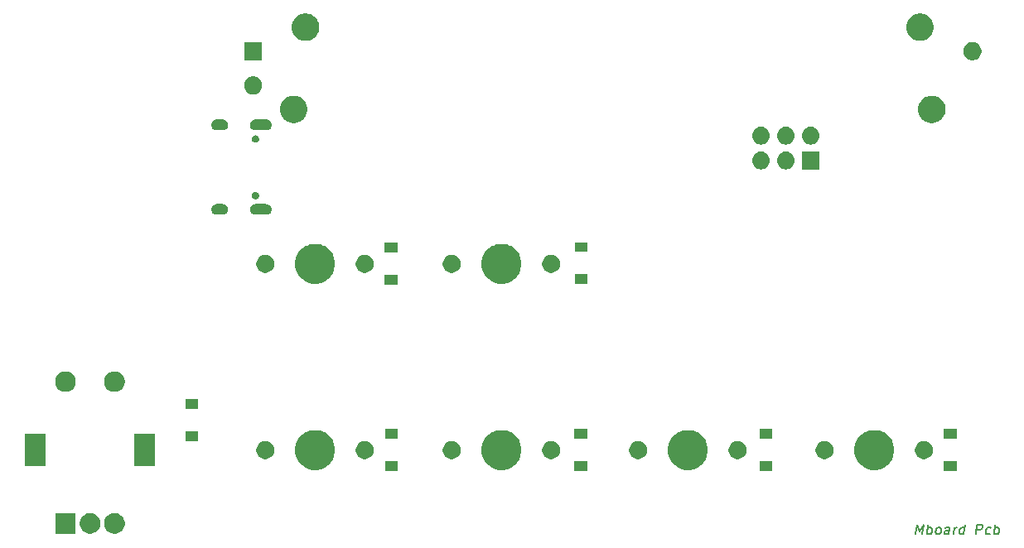
<source format=gts>
G04 #@! TF.GenerationSoftware,KiCad,Pcbnew,(5.1.4)-1*
G04 #@! TF.CreationDate,2020-09-16T16:25:40+03:00*
G04 #@! TF.ProjectId,MacroBoardPcb,4d616372-6f42-46f6-9172-645063622e6b,rev?*
G04 #@! TF.SameCoordinates,Original*
G04 #@! TF.FileFunction,Soldermask,Top*
G04 #@! TF.FilePolarity,Negative*
%FSLAX46Y46*%
G04 Gerber Fmt 4.6, Leading zero omitted, Abs format (unit mm)*
G04 Created by KiCad (PCBNEW (5.1.4)-1) date 2020-09-16 16:25:40*
%MOMM*%
%LPD*%
G04 APERTURE LIST*
%ADD10C,0.150000*%
%ADD11C,0.100000*%
G04 APERTURE END LIST*
D10*
X185385729Y-119752380D02*
X185510729Y-118752380D01*
X185754776Y-119466666D01*
X186177395Y-118752380D01*
X186052395Y-119752380D01*
X186528586Y-119752380D02*
X186653586Y-118752380D01*
X186605967Y-119133333D02*
X186707157Y-119085714D01*
X186897633Y-119085714D01*
X186986919Y-119133333D01*
X187028586Y-119180952D01*
X187064300Y-119276190D01*
X187028586Y-119561904D01*
X186969062Y-119657142D01*
X186915491Y-119704761D01*
X186814300Y-119752380D01*
X186623824Y-119752380D01*
X186534538Y-119704761D01*
X187576205Y-119752380D02*
X187486919Y-119704761D01*
X187445252Y-119657142D01*
X187409538Y-119561904D01*
X187445252Y-119276190D01*
X187504776Y-119180952D01*
X187558348Y-119133333D01*
X187659538Y-119085714D01*
X187802395Y-119085714D01*
X187891681Y-119133333D01*
X187933348Y-119180952D01*
X187969062Y-119276190D01*
X187933348Y-119561904D01*
X187873824Y-119657142D01*
X187820252Y-119704761D01*
X187719062Y-119752380D01*
X187576205Y-119752380D01*
X188766681Y-119752380D02*
X188832157Y-119228571D01*
X188796443Y-119133333D01*
X188707157Y-119085714D01*
X188516681Y-119085714D01*
X188415491Y-119133333D01*
X188772633Y-119704761D02*
X188671443Y-119752380D01*
X188433348Y-119752380D01*
X188344062Y-119704761D01*
X188308348Y-119609523D01*
X188320252Y-119514285D01*
X188379776Y-119419047D01*
X188480967Y-119371428D01*
X188719062Y-119371428D01*
X188820252Y-119323809D01*
X189242872Y-119752380D02*
X189326205Y-119085714D01*
X189302395Y-119276190D02*
X189361919Y-119180952D01*
X189415491Y-119133333D01*
X189516681Y-119085714D01*
X189611919Y-119085714D01*
X190290491Y-119752380D02*
X190415491Y-118752380D01*
X190296443Y-119704761D02*
X190195252Y-119752380D01*
X190004776Y-119752380D01*
X189915491Y-119704761D01*
X189873824Y-119657142D01*
X189838110Y-119561904D01*
X189873824Y-119276190D01*
X189933348Y-119180952D01*
X189986919Y-119133333D01*
X190088110Y-119085714D01*
X190278586Y-119085714D01*
X190367872Y-119133333D01*
X191528586Y-119752380D02*
X191653586Y-118752380D01*
X192034538Y-118752380D01*
X192123824Y-118800000D01*
X192165491Y-118847619D01*
X192201205Y-118942857D01*
X192183348Y-119085714D01*
X192123824Y-119180952D01*
X192070252Y-119228571D01*
X191969062Y-119276190D01*
X191588110Y-119276190D01*
X192963110Y-119704761D02*
X192861919Y-119752380D01*
X192671443Y-119752380D01*
X192582157Y-119704761D01*
X192540491Y-119657142D01*
X192504776Y-119561904D01*
X192540491Y-119276190D01*
X192600014Y-119180952D01*
X192653586Y-119133333D01*
X192754776Y-119085714D01*
X192945252Y-119085714D01*
X193034538Y-119133333D01*
X193385729Y-119752380D02*
X193510729Y-118752380D01*
X193463110Y-119133333D02*
X193564300Y-119085714D01*
X193754776Y-119085714D01*
X193844062Y-119133333D01*
X193885729Y-119180952D01*
X193921443Y-119276190D01*
X193885729Y-119561904D01*
X193826205Y-119657142D01*
X193772633Y-119704761D01*
X193671443Y-119752380D01*
X193480967Y-119752380D01*
X193391681Y-119704761D01*
D11*
G36*
X99535193Y-119699132D02*
G01*
X97433193Y-119699132D01*
X97433193Y-117597132D01*
X99535193Y-117597132D01*
X99535193Y-119699132D01*
X99535193Y-119699132D01*
G37*
G36*
X103790757Y-117637521D02*
G01*
X103982026Y-117716747D01*
X103982028Y-117716748D01*
X104154166Y-117831767D01*
X104300558Y-117978159D01*
X104415578Y-118150299D01*
X104494804Y-118341568D01*
X104535193Y-118544616D01*
X104535193Y-118751648D01*
X104494804Y-118954696D01*
X104415578Y-119145965D01*
X104415577Y-119145967D01*
X104300558Y-119318105D01*
X104154166Y-119464497D01*
X103982028Y-119579516D01*
X103982027Y-119579517D01*
X103982026Y-119579517D01*
X103790757Y-119658743D01*
X103587709Y-119699132D01*
X103380677Y-119699132D01*
X103177629Y-119658743D01*
X102986360Y-119579517D01*
X102986359Y-119579517D01*
X102986358Y-119579516D01*
X102814220Y-119464497D01*
X102667828Y-119318105D01*
X102552809Y-119145967D01*
X102552808Y-119145965D01*
X102473582Y-118954696D01*
X102433193Y-118751648D01*
X102433193Y-118544616D01*
X102473582Y-118341568D01*
X102552808Y-118150299D01*
X102667828Y-117978159D01*
X102814220Y-117831767D01*
X102986358Y-117716748D01*
X102986360Y-117716747D01*
X103177629Y-117637521D01*
X103380677Y-117597132D01*
X103587709Y-117597132D01*
X103790757Y-117637521D01*
X103790757Y-117637521D01*
G37*
G36*
X101290757Y-117637521D02*
G01*
X101482026Y-117716747D01*
X101482028Y-117716748D01*
X101654166Y-117831767D01*
X101800558Y-117978159D01*
X101915578Y-118150299D01*
X101994804Y-118341568D01*
X102035193Y-118544616D01*
X102035193Y-118751648D01*
X101994804Y-118954696D01*
X101915578Y-119145965D01*
X101915577Y-119145967D01*
X101800558Y-119318105D01*
X101654166Y-119464497D01*
X101482028Y-119579516D01*
X101482027Y-119579517D01*
X101482026Y-119579517D01*
X101290757Y-119658743D01*
X101087709Y-119699132D01*
X100880677Y-119699132D01*
X100677629Y-119658743D01*
X100486360Y-119579517D01*
X100486359Y-119579517D01*
X100486358Y-119579516D01*
X100314220Y-119464497D01*
X100167828Y-119318105D01*
X100052809Y-119145967D01*
X100052808Y-119145965D01*
X99973582Y-118954696D01*
X99933193Y-118751648D01*
X99933193Y-118544616D01*
X99973582Y-118341568D01*
X100052808Y-118150299D01*
X100167828Y-117978159D01*
X100314220Y-117831767D01*
X100486358Y-117716748D01*
X100486360Y-117716747D01*
X100677629Y-117637521D01*
X100880677Y-117597132D01*
X101087709Y-117597132D01*
X101290757Y-117637521D01*
X101290757Y-117637521D01*
G37*
G36*
X151791000Y-113276000D02*
G01*
X150489000Y-113276000D01*
X150489000Y-112274000D01*
X151791000Y-112274000D01*
X151791000Y-113276000D01*
X151791000Y-113276000D01*
G37*
G36*
X189563500Y-113276000D02*
G01*
X188261500Y-113276000D01*
X188261500Y-112274000D01*
X189563500Y-112274000D01*
X189563500Y-113276000D01*
X189563500Y-113276000D01*
G37*
G36*
X170711000Y-113276000D02*
G01*
X169409000Y-113276000D01*
X169409000Y-112274000D01*
X170711000Y-112274000D01*
X170711000Y-113276000D01*
X170711000Y-113276000D01*
G37*
G36*
X132441000Y-113276000D02*
G01*
X131139000Y-113276000D01*
X131139000Y-112274000D01*
X132441000Y-112274000D01*
X132441000Y-113276000D01*
X132441000Y-113276000D01*
G37*
G36*
X143630667Y-109181816D02*
G01*
X143737336Y-109226000D01*
X144002816Y-109335965D01*
X144337741Y-109559755D01*
X144622570Y-109844584D01*
X144846360Y-110179509D01*
X144878755Y-110257718D01*
X145000509Y-110551658D01*
X145079093Y-110946726D01*
X145079093Y-111349538D01*
X145000509Y-111744606D01*
X144949644Y-111867404D01*
X144846360Y-112116755D01*
X144622570Y-112451680D01*
X144337741Y-112736509D01*
X144002816Y-112960299D01*
X143848667Y-113024149D01*
X143630667Y-113114448D01*
X143235599Y-113193032D01*
X142832787Y-113193032D01*
X142437719Y-113114448D01*
X142219719Y-113024149D01*
X142065570Y-112960299D01*
X141730645Y-112736509D01*
X141445816Y-112451680D01*
X141222026Y-112116755D01*
X141118742Y-111867404D01*
X141067877Y-111744606D01*
X140989293Y-111349538D01*
X140989293Y-110946726D01*
X141067877Y-110551658D01*
X141189631Y-110257718D01*
X141222026Y-110179509D01*
X141445816Y-109844584D01*
X141730645Y-109559755D01*
X142065570Y-109335965D01*
X142331050Y-109226000D01*
X142437719Y-109181816D01*
X142832787Y-109103232D01*
X143235599Y-109103232D01*
X143630667Y-109181816D01*
X143630667Y-109181816D01*
G37*
G36*
X181730667Y-109181816D02*
G01*
X181837336Y-109226000D01*
X182102816Y-109335965D01*
X182437741Y-109559755D01*
X182722570Y-109844584D01*
X182946360Y-110179509D01*
X182978755Y-110257718D01*
X183100509Y-110551658D01*
X183179093Y-110946726D01*
X183179093Y-111349538D01*
X183100509Y-111744606D01*
X183049644Y-111867404D01*
X182946360Y-112116755D01*
X182722570Y-112451680D01*
X182437741Y-112736509D01*
X182102816Y-112960299D01*
X181948667Y-113024149D01*
X181730667Y-113114448D01*
X181335599Y-113193032D01*
X180932787Y-113193032D01*
X180537719Y-113114448D01*
X180319719Y-113024149D01*
X180165570Y-112960299D01*
X179830645Y-112736509D01*
X179545816Y-112451680D01*
X179322026Y-112116755D01*
X179218742Y-111867404D01*
X179167877Y-111744606D01*
X179089293Y-111349538D01*
X179089293Y-110946726D01*
X179167877Y-110551658D01*
X179289631Y-110257718D01*
X179322026Y-110179509D01*
X179545816Y-109844584D01*
X179830645Y-109559755D01*
X180165570Y-109335965D01*
X180431050Y-109226000D01*
X180537719Y-109181816D01*
X180932787Y-109103232D01*
X181335599Y-109103232D01*
X181730667Y-109181816D01*
X181730667Y-109181816D01*
G37*
G36*
X162680667Y-109181816D02*
G01*
X162787336Y-109226000D01*
X163052816Y-109335965D01*
X163387741Y-109559755D01*
X163672570Y-109844584D01*
X163896360Y-110179509D01*
X163928755Y-110257718D01*
X164050509Y-110551658D01*
X164129093Y-110946726D01*
X164129093Y-111349538D01*
X164050509Y-111744606D01*
X163999644Y-111867404D01*
X163896360Y-112116755D01*
X163672570Y-112451680D01*
X163387741Y-112736509D01*
X163052816Y-112960299D01*
X162898667Y-113024149D01*
X162680667Y-113114448D01*
X162285599Y-113193032D01*
X161882787Y-113193032D01*
X161487719Y-113114448D01*
X161269719Y-113024149D01*
X161115570Y-112960299D01*
X160780645Y-112736509D01*
X160495816Y-112451680D01*
X160272026Y-112116755D01*
X160168742Y-111867404D01*
X160117877Y-111744606D01*
X160039293Y-111349538D01*
X160039293Y-110946726D01*
X160117877Y-110551658D01*
X160239631Y-110257718D01*
X160272026Y-110179509D01*
X160495816Y-109844584D01*
X160780645Y-109559755D01*
X161115570Y-109335965D01*
X161381050Y-109226000D01*
X161487719Y-109181816D01*
X161882787Y-109103232D01*
X162285599Y-109103232D01*
X162680667Y-109181816D01*
X162680667Y-109181816D01*
G37*
G36*
X124580667Y-109181816D02*
G01*
X124687336Y-109226000D01*
X124952816Y-109335965D01*
X125287741Y-109559755D01*
X125572570Y-109844584D01*
X125796360Y-110179509D01*
X125828755Y-110257718D01*
X125950509Y-110551658D01*
X126029093Y-110946726D01*
X126029093Y-111349538D01*
X125950509Y-111744606D01*
X125899644Y-111867404D01*
X125796360Y-112116755D01*
X125572570Y-112451680D01*
X125287741Y-112736509D01*
X124952816Y-112960299D01*
X124798667Y-113024149D01*
X124580667Y-113114448D01*
X124185599Y-113193032D01*
X123782787Y-113193032D01*
X123387719Y-113114448D01*
X123169719Y-113024149D01*
X123015570Y-112960299D01*
X122680645Y-112736509D01*
X122395816Y-112451680D01*
X122172026Y-112116755D01*
X122068742Y-111867404D01*
X122017877Y-111744606D01*
X121939293Y-111349538D01*
X121939293Y-110946726D01*
X122017877Y-110551658D01*
X122139631Y-110257718D01*
X122172026Y-110179509D01*
X122395816Y-109844584D01*
X122680645Y-109559755D01*
X123015570Y-109335965D01*
X123281050Y-109226000D01*
X123387719Y-109181816D01*
X123782787Y-109103232D01*
X124185599Y-109103232D01*
X124580667Y-109181816D01*
X124580667Y-109181816D01*
G37*
G36*
X96435193Y-112799132D02*
G01*
X94333193Y-112799132D01*
X94333193Y-109497132D01*
X96435193Y-109497132D01*
X96435193Y-112799132D01*
X96435193Y-112799132D01*
G37*
G36*
X107635193Y-112799132D02*
G01*
X105533193Y-112799132D01*
X105533193Y-109497132D01*
X107635193Y-109497132D01*
X107635193Y-112799132D01*
X107635193Y-112799132D01*
G37*
G36*
X148384297Y-110257717D02*
G01*
X148552819Y-110327521D01*
X148704484Y-110428860D01*
X148833465Y-110557841D01*
X148934804Y-110709506D01*
X149004608Y-110878028D01*
X149040193Y-111056929D01*
X149040193Y-111239335D01*
X149004608Y-111418236D01*
X148934804Y-111586758D01*
X148833465Y-111738423D01*
X148704484Y-111867404D01*
X148552819Y-111968743D01*
X148384297Y-112038547D01*
X148205396Y-112074132D01*
X148022990Y-112074132D01*
X147844089Y-112038547D01*
X147675567Y-111968743D01*
X147523902Y-111867404D01*
X147394921Y-111738423D01*
X147293582Y-111586758D01*
X147223778Y-111418236D01*
X147188193Y-111239335D01*
X147188193Y-111056929D01*
X147223778Y-110878028D01*
X147293582Y-110709506D01*
X147394921Y-110557841D01*
X147523902Y-110428860D01*
X147675567Y-110327521D01*
X147844089Y-110257717D01*
X148022990Y-110222132D01*
X148205396Y-110222132D01*
X148384297Y-110257717D01*
X148384297Y-110257717D01*
G37*
G36*
X167434297Y-110257717D02*
G01*
X167602819Y-110327521D01*
X167754484Y-110428860D01*
X167883465Y-110557841D01*
X167984804Y-110709506D01*
X168054608Y-110878028D01*
X168090193Y-111056929D01*
X168090193Y-111239335D01*
X168054608Y-111418236D01*
X167984804Y-111586758D01*
X167883465Y-111738423D01*
X167754484Y-111867404D01*
X167602819Y-111968743D01*
X167434297Y-112038547D01*
X167255396Y-112074132D01*
X167072990Y-112074132D01*
X166894089Y-112038547D01*
X166725567Y-111968743D01*
X166573902Y-111867404D01*
X166444921Y-111738423D01*
X166343582Y-111586758D01*
X166273778Y-111418236D01*
X166238193Y-111239335D01*
X166238193Y-111056929D01*
X166273778Y-110878028D01*
X166343582Y-110709506D01*
X166444921Y-110557841D01*
X166573902Y-110428860D01*
X166725567Y-110327521D01*
X166894089Y-110257717D01*
X167072990Y-110222132D01*
X167255396Y-110222132D01*
X167434297Y-110257717D01*
X167434297Y-110257717D01*
G37*
G36*
X157274297Y-110257717D02*
G01*
X157442819Y-110327521D01*
X157594484Y-110428860D01*
X157723465Y-110557841D01*
X157824804Y-110709506D01*
X157894608Y-110878028D01*
X157930193Y-111056929D01*
X157930193Y-111239335D01*
X157894608Y-111418236D01*
X157824804Y-111586758D01*
X157723465Y-111738423D01*
X157594484Y-111867404D01*
X157442819Y-111968743D01*
X157274297Y-112038547D01*
X157095396Y-112074132D01*
X156912990Y-112074132D01*
X156734089Y-112038547D01*
X156565567Y-111968743D01*
X156413902Y-111867404D01*
X156284921Y-111738423D01*
X156183582Y-111586758D01*
X156113778Y-111418236D01*
X156078193Y-111239335D01*
X156078193Y-111056929D01*
X156113778Y-110878028D01*
X156183582Y-110709506D01*
X156284921Y-110557841D01*
X156413902Y-110428860D01*
X156565567Y-110327521D01*
X156734089Y-110257717D01*
X156912990Y-110222132D01*
X157095396Y-110222132D01*
X157274297Y-110257717D01*
X157274297Y-110257717D01*
G37*
G36*
X176324297Y-110257717D02*
G01*
X176492819Y-110327521D01*
X176644484Y-110428860D01*
X176773465Y-110557841D01*
X176874804Y-110709506D01*
X176944608Y-110878028D01*
X176980193Y-111056929D01*
X176980193Y-111239335D01*
X176944608Y-111418236D01*
X176874804Y-111586758D01*
X176773465Y-111738423D01*
X176644484Y-111867404D01*
X176492819Y-111968743D01*
X176324297Y-112038547D01*
X176145396Y-112074132D01*
X175962990Y-112074132D01*
X175784089Y-112038547D01*
X175615567Y-111968743D01*
X175463902Y-111867404D01*
X175334921Y-111738423D01*
X175233582Y-111586758D01*
X175163778Y-111418236D01*
X175128193Y-111239335D01*
X175128193Y-111056929D01*
X175163778Y-110878028D01*
X175233582Y-110709506D01*
X175334921Y-110557841D01*
X175463902Y-110428860D01*
X175615567Y-110327521D01*
X175784089Y-110257717D01*
X175962990Y-110222132D01*
X176145396Y-110222132D01*
X176324297Y-110257717D01*
X176324297Y-110257717D01*
G37*
G36*
X186484297Y-110257717D02*
G01*
X186652819Y-110327521D01*
X186804484Y-110428860D01*
X186933465Y-110557841D01*
X187034804Y-110709506D01*
X187104608Y-110878028D01*
X187140193Y-111056929D01*
X187140193Y-111239335D01*
X187104608Y-111418236D01*
X187034804Y-111586758D01*
X186933465Y-111738423D01*
X186804484Y-111867404D01*
X186652819Y-111968743D01*
X186484297Y-112038547D01*
X186305396Y-112074132D01*
X186122990Y-112074132D01*
X185944089Y-112038547D01*
X185775567Y-111968743D01*
X185623902Y-111867404D01*
X185494921Y-111738423D01*
X185393582Y-111586758D01*
X185323778Y-111418236D01*
X185288193Y-111239335D01*
X185288193Y-111056929D01*
X185323778Y-110878028D01*
X185393582Y-110709506D01*
X185494921Y-110557841D01*
X185623902Y-110428860D01*
X185775567Y-110327521D01*
X185944089Y-110257717D01*
X186122990Y-110222132D01*
X186305396Y-110222132D01*
X186484297Y-110257717D01*
X186484297Y-110257717D01*
G37*
G36*
X119174297Y-110257717D02*
G01*
X119342819Y-110327521D01*
X119494484Y-110428860D01*
X119623465Y-110557841D01*
X119724804Y-110709506D01*
X119794608Y-110878028D01*
X119830193Y-111056929D01*
X119830193Y-111239335D01*
X119794608Y-111418236D01*
X119724804Y-111586758D01*
X119623465Y-111738423D01*
X119494484Y-111867404D01*
X119342819Y-111968743D01*
X119174297Y-112038547D01*
X118995396Y-112074132D01*
X118812990Y-112074132D01*
X118634089Y-112038547D01*
X118465567Y-111968743D01*
X118313902Y-111867404D01*
X118184921Y-111738423D01*
X118083582Y-111586758D01*
X118013778Y-111418236D01*
X117978193Y-111239335D01*
X117978193Y-111056929D01*
X118013778Y-110878028D01*
X118083582Y-110709506D01*
X118184921Y-110557841D01*
X118313902Y-110428860D01*
X118465567Y-110327521D01*
X118634089Y-110257717D01*
X118812990Y-110222132D01*
X118995396Y-110222132D01*
X119174297Y-110257717D01*
X119174297Y-110257717D01*
G37*
G36*
X129334297Y-110257717D02*
G01*
X129502819Y-110327521D01*
X129654484Y-110428860D01*
X129783465Y-110557841D01*
X129884804Y-110709506D01*
X129954608Y-110878028D01*
X129990193Y-111056929D01*
X129990193Y-111239335D01*
X129954608Y-111418236D01*
X129884804Y-111586758D01*
X129783465Y-111738423D01*
X129654484Y-111867404D01*
X129502819Y-111968743D01*
X129334297Y-112038547D01*
X129155396Y-112074132D01*
X128972990Y-112074132D01*
X128794089Y-112038547D01*
X128625567Y-111968743D01*
X128473902Y-111867404D01*
X128344921Y-111738423D01*
X128243582Y-111586758D01*
X128173778Y-111418236D01*
X128138193Y-111239335D01*
X128138193Y-111056929D01*
X128173778Y-110878028D01*
X128243582Y-110709506D01*
X128344921Y-110557841D01*
X128473902Y-110428860D01*
X128625567Y-110327521D01*
X128794089Y-110257717D01*
X128972990Y-110222132D01*
X129155396Y-110222132D01*
X129334297Y-110257717D01*
X129334297Y-110257717D01*
G37*
G36*
X138224297Y-110257717D02*
G01*
X138392819Y-110327521D01*
X138544484Y-110428860D01*
X138673465Y-110557841D01*
X138774804Y-110709506D01*
X138844608Y-110878028D01*
X138880193Y-111056929D01*
X138880193Y-111239335D01*
X138844608Y-111418236D01*
X138774804Y-111586758D01*
X138673465Y-111738423D01*
X138544484Y-111867404D01*
X138392819Y-111968743D01*
X138224297Y-112038547D01*
X138045396Y-112074132D01*
X137862990Y-112074132D01*
X137684089Y-112038547D01*
X137515567Y-111968743D01*
X137363902Y-111867404D01*
X137234921Y-111738423D01*
X137133582Y-111586758D01*
X137063778Y-111418236D01*
X137028193Y-111239335D01*
X137028193Y-111056929D01*
X137063778Y-110878028D01*
X137133582Y-110709506D01*
X137234921Y-110557841D01*
X137363902Y-110428860D01*
X137515567Y-110327521D01*
X137684089Y-110257717D01*
X137862990Y-110222132D01*
X138045396Y-110222132D01*
X138224297Y-110257717D01*
X138224297Y-110257717D01*
G37*
G36*
X112030000Y-110228000D02*
G01*
X110728000Y-110228000D01*
X110728000Y-109226000D01*
X112030000Y-109226000D01*
X112030000Y-110228000D01*
X112030000Y-110228000D01*
G37*
G36*
X170711000Y-109976000D02*
G01*
X169409000Y-109976000D01*
X169409000Y-108974000D01*
X170711000Y-108974000D01*
X170711000Y-109976000D01*
X170711000Y-109976000D01*
G37*
G36*
X189563500Y-109976000D02*
G01*
X188261500Y-109976000D01*
X188261500Y-108974000D01*
X189563500Y-108974000D01*
X189563500Y-109976000D01*
X189563500Y-109976000D01*
G37*
G36*
X151791000Y-109976000D02*
G01*
X150489000Y-109976000D01*
X150489000Y-108974000D01*
X151791000Y-108974000D01*
X151791000Y-109976000D01*
X151791000Y-109976000D01*
G37*
G36*
X132441000Y-109976000D02*
G01*
X131139000Y-109976000D01*
X131139000Y-108974000D01*
X132441000Y-108974000D01*
X132441000Y-109976000D01*
X132441000Y-109976000D01*
G37*
G36*
X112030000Y-106928000D02*
G01*
X110728000Y-106928000D01*
X110728000Y-105926000D01*
X112030000Y-105926000D01*
X112030000Y-106928000D01*
X112030000Y-106928000D01*
G37*
G36*
X103790757Y-103137521D02*
G01*
X103982026Y-103216747D01*
X103982028Y-103216748D01*
X104154166Y-103331767D01*
X104300558Y-103478159D01*
X104415578Y-103650299D01*
X104494804Y-103841568D01*
X104535193Y-104044616D01*
X104535193Y-104251648D01*
X104494804Y-104454696D01*
X104415578Y-104645965D01*
X104415577Y-104645967D01*
X104300558Y-104818105D01*
X104154166Y-104964497D01*
X103982028Y-105079516D01*
X103982027Y-105079517D01*
X103982026Y-105079517D01*
X103790757Y-105158743D01*
X103587709Y-105199132D01*
X103380677Y-105199132D01*
X103177629Y-105158743D01*
X102986360Y-105079517D01*
X102986359Y-105079517D01*
X102986358Y-105079516D01*
X102814220Y-104964497D01*
X102667828Y-104818105D01*
X102552809Y-104645967D01*
X102552808Y-104645965D01*
X102473582Y-104454696D01*
X102433193Y-104251648D01*
X102433193Y-104044616D01*
X102473582Y-103841568D01*
X102552808Y-103650299D01*
X102667828Y-103478159D01*
X102814220Y-103331767D01*
X102986358Y-103216748D01*
X102986360Y-103216747D01*
X103177629Y-103137521D01*
X103380677Y-103097132D01*
X103587709Y-103097132D01*
X103790757Y-103137521D01*
X103790757Y-103137521D01*
G37*
G36*
X98790757Y-103137521D02*
G01*
X98982026Y-103216747D01*
X98982028Y-103216748D01*
X99154166Y-103331767D01*
X99300558Y-103478159D01*
X99415578Y-103650299D01*
X99494804Y-103841568D01*
X99535193Y-104044616D01*
X99535193Y-104251648D01*
X99494804Y-104454696D01*
X99415578Y-104645965D01*
X99415577Y-104645967D01*
X99300558Y-104818105D01*
X99154166Y-104964497D01*
X98982028Y-105079516D01*
X98982027Y-105079517D01*
X98982026Y-105079517D01*
X98790757Y-105158743D01*
X98587709Y-105199132D01*
X98380677Y-105199132D01*
X98177629Y-105158743D01*
X97986360Y-105079517D01*
X97986359Y-105079517D01*
X97986358Y-105079516D01*
X97814220Y-104964497D01*
X97667828Y-104818105D01*
X97552809Y-104645967D01*
X97552808Y-104645965D01*
X97473582Y-104454696D01*
X97433193Y-104251648D01*
X97433193Y-104044616D01*
X97473582Y-103841568D01*
X97552808Y-103650299D01*
X97667828Y-103478159D01*
X97814220Y-103331767D01*
X97986358Y-103216748D01*
X97986360Y-103216747D01*
X98177629Y-103137521D01*
X98380677Y-103097132D01*
X98587709Y-103097132D01*
X98790757Y-103137521D01*
X98790757Y-103137521D01*
G37*
G36*
X132413500Y-94226000D02*
G01*
X131111500Y-94226000D01*
X131111500Y-93224000D01*
X132413500Y-93224000D01*
X132413500Y-94226000D01*
X132413500Y-94226000D01*
G37*
G36*
X151811000Y-94181000D02*
G01*
X150509000Y-94181000D01*
X150509000Y-93179000D01*
X151811000Y-93179000D01*
X151811000Y-94181000D01*
X151811000Y-94181000D01*
G37*
G36*
X143630667Y-90131816D02*
G01*
X143848667Y-90222115D01*
X144002816Y-90285965D01*
X144337741Y-90509755D01*
X144622570Y-90794584D01*
X144846360Y-91129509D01*
X144878755Y-91207718D01*
X145000509Y-91501658D01*
X145079093Y-91896726D01*
X145079093Y-92299538D01*
X145000509Y-92694606D01*
X144949644Y-92817404D01*
X144846360Y-93066755D01*
X144622570Y-93401680D01*
X144337741Y-93686509D01*
X144002816Y-93910299D01*
X143848667Y-93974149D01*
X143630667Y-94064448D01*
X143235599Y-94143032D01*
X142832787Y-94143032D01*
X142437719Y-94064448D01*
X142219719Y-93974149D01*
X142065570Y-93910299D01*
X141730645Y-93686509D01*
X141445816Y-93401680D01*
X141222026Y-93066755D01*
X141118742Y-92817404D01*
X141067877Y-92694606D01*
X140989293Y-92299538D01*
X140989293Y-91896726D01*
X141067877Y-91501658D01*
X141189631Y-91207718D01*
X141222026Y-91129509D01*
X141445816Y-90794584D01*
X141730645Y-90509755D01*
X142065570Y-90285965D01*
X142219719Y-90222115D01*
X142437719Y-90131816D01*
X142832787Y-90053232D01*
X143235599Y-90053232D01*
X143630667Y-90131816D01*
X143630667Y-90131816D01*
G37*
G36*
X124580667Y-90131816D02*
G01*
X124798667Y-90222115D01*
X124952816Y-90285965D01*
X125287741Y-90509755D01*
X125572570Y-90794584D01*
X125796360Y-91129509D01*
X125828755Y-91207718D01*
X125950509Y-91501658D01*
X126029093Y-91896726D01*
X126029093Y-92299538D01*
X125950509Y-92694606D01*
X125899644Y-92817404D01*
X125796360Y-93066755D01*
X125572570Y-93401680D01*
X125287741Y-93686509D01*
X124952816Y-93910299D01*
X124798667Y-93974149D01*
X124580667Y-94064448D01*
X124185599Y-94143032D01*
X123782787Y-94143032D01*
X123387719Y-94064448D01*
X123169719Y-93974149D01*
X123015570Y-93910299D01*
X122680645Y-93686509D01*
X122395816Y-93401680D01*
X122172026Y-93066755D01*
X122068742Y-92817404D01*
X122017877Y-92694606D01*
X121939293Y-92299538D01*
X121939293Y-91896726D01*
X122017877Y-91501658D01*
X122139631Y-91207718D01*
X122172026Y-91129509D01*
X122395816Y-90794584D01*
X122680645Y-90509755D01*
X123015570Y-90285965D01*
X123169719Y-90222115D01*
X123387719Y-90131816D01*
X123782787Y-90053232D01*
X124185599Y-90053232D01*
X124580667Y-90131816D01*
X124580667Y-90131816D01*
G37*
G36*
X119174297Y-91207717D02*
G01*
X119342819Y-91277521D01*
X119494484Y-91378860D01*
X119623465Y-91507841D01*
X119724804Y-91659506D01*
X119794608Y-91828028D01*
X119830193Y-92006929D01*
X119830193Y-92189335D01*
X119794608Y-92368236D01*
X119724804Y-92536758D01*
X119623465Y-92688423D01*
X119494484Y-92817404D01*
X119342819Y-92918743D01*
X119174297Y-92988547D01*
X118995396Y-93024132D01*
X118812990Y-93024132D01*
X118634089Y-92988547D01*
X118465567Y-92918743D01*
X118313902Y-92817404D01*
X118184921Y-92688423D01*
X118083582Y-92536758D01*
X118013778Y-92368236D01*
X117978193Y-92189335D01*
X117978193Y-92006929D01*
X118013778Y-91828028D01*
X118083582Y-91659506D01*
X118184921Y-91507841D01*
X118313902Y-91378860D01*
X118465567Y-91277521D01*
X118634089Y-91207717D01*
X118812990Y-91172132D01*
X118995396Y-91172132D01*
X119174297Y-91207717D01*
X119174297Y-91207717D01*
G37*
G36*
X148384297Y-91207717D02*
G01*
X148552819Y-91277521D01*
X148704484Y-91378860D01*
X148833465Y-91507841D01*
X148934804Y-91659506D01*
X149004608Y-91828028D01*
X149040193Y-92006929D01*
X149040193Y-92189335D01*
X149004608Y-92368236D01*
X148934804Y-92536758D01*
X148833465Y-92688423D01*
X148704484Y-92817404D01*
X148552819Y-92918743D01*
X148384297Y-92988547D01*
X148205396Y-93024132D01*
X148022990Y-93024132D01*
X147844089Y-92988547D01*
X147675567Y-92918743D01*
X147523902Y-92817404D01*
X147394921Y-92688423D01*
X147293582Y-92536758D01*
X147223778Y-92368236D01*
X147188193Y-92189335D01*
X147188193Y-92006929D01*
X147223778Y-91828028D01*
X147293582Y-91659506D01*
X147394921Y-91507841D01*
X147523902Y-91378860D01*
X147675567Y-91277521D01*
X147844089Y-91207717D01*
X148022990Y-91172132D01*
X148205396Y-91172132D01*
X148384297Y-91207717D01*
X148384297Y-91207717D01*
G37*
G36*
X138224297Y-91207717D02*
G01*
X138392819Y-91277521D01*
X138544484Y-91378860D01*
X138673465Y-91507841D01*
X138774804Y-91659506D01*
X138844608Y-91828028D01*
X138880193Y-92006929D01*
X138880193Y-92189335D01*
X138844608Y-92368236D01*
X138774804Y-92536758D01*
X138673465Y-92688423D01*
X138544484Y-92817404D01*
X138392819Y-92918743D01*
X138224297Y-92988547D01*
X138045396Y-93024132D01*
X137862990Y-93024132D01*
X137684089Y-92988547D01*
X137515567Y-92918743D01*
X137363902Y-92817404D01*
X137234921Y-92688423D01*
X137133582Y-92536758D01*
X137063778Y-92368236D01*
X137028193Y-92189335D01*
X137028193Y-92006929D01*
X137063778Y-91828028D01*
X137133582Y-91659506D01*
X137234921Y-91507841D01*
X137363902Y-91378860D01*
X137515567Y-91277521D01*
X137684089Y-91207717D01*
X137862990Y-91172132D01*
X138045396Y-91172132D01*
X138224297Y-91207717D01*
X138224297Y-91207717D01*
G37*
G36*
X129334297Y-91207717D02*
G01*
X129502819Y-91277521D01*
X129654484Y-91378860D01*
X129783465Y-91507841D01*
X129884804Y-91659506D01*
X129954608Y-91828028D01*
X129990193Y-92006929D01*
X129990193Y-92189335D01*
X129954608Y-92368236D01*
X129884804Y-92536758D01*
X129783465Y-92688423D01*
X129654484Y-92817404D01*
X129502819Y-92918743D01*
X129334297Y-92988547D01*
X129155396Y-93024132D01*
X128972990Y-93024132D01*
X128794089Y-92988547D01*
X128625567Y-92918743D01*
X128473902Y-92817404D01*
X128344921Y-92688423D01*
X128243582Y-92536758D01*
X128173778Y-92368236D01*
X128138193Y-92189335D01*
X128138193Y-92006929D01*
X128173778Y-91828028D01*
X128243582Y-91659506D01*
X128344921Y-91507841D01*
X128473902Y-91378860D01*
X128625567Y-91277521D01*
X128794089Y-91207717D01*
X128972990Y-91172132D01*
X129155396Y-91172132D01*
X129334297Y-91207717D01*
X129334297Y-91207717D01*
G37*
G36*
X132413500Y-90926000D02*
G01*
X131111500Y-90926000D01*
X131111500Y-89924000D01*
X132413500Y-89924000D01*
X132413500Y-90926000D01*
X132413500Y-90926000D01*
G37*
G36*
X151811000Y-90881000D02*
G01*
X150509000Y-90881000D01*
X150509000Y-89879000D01*
X151811000Y-89879000D01*
X151811000Y-90881000D01*
X151811000Y-90881000D01*
G37*
G36*
X119088015Y-85986973D02*
G01*
X119191879Y-86018479D01*
X119219055Y-86033005D01*
X119287600Y-86069643D01*
X119371501Y-86138499D01*
X119440357Y-86222400D01*
X119476995Y-86290945D01*
X119491521Y-86318121D01*
X119523027Y-86421985D01*
X119533666Y-86530000D01*
X119523027Y-86638015D01*
X119491521Y-86741879D01*
X119491519Y-86741882D01*
X119440357Y-86837600D01*
X119371501Y-86921501D01*
X119287600Y-86990357D01*
X119219055Y-87026995D01*
X119191879Y-87041521D01*
X119088015Y-87073027D01*
X119007067Y-87081000D01*
X117852933Y-87081000D01*
X117771985Y-87073027D01*
X117668121Y-87041521D01*
X117640945Y-87026995D01*
X117572400Y-86990357D01*
X117488499Y-86921501D01*
X117419643Y-86837600D01*
X117368481Y-86741882D01*
X117368479Y-86741879D01*
X117336973Y-86638015D01*
X117326334Y-86530000D01*
X117336973Y-86421985D01*
X117368479Y-86318121D01*
X117383005Y-86290945D01*
X117419643Y-86222400D01*
X117488499Y-86138499D01*
X117572400Y-86069643D01*
X117640945Y-86033005D01*
X117668121Y-86018479D01*
X117771985Y-85986973D01*
X117852933Y-85979000D01*
X119007067Y-85979000D01*
X119088015Y-85986973D01*
X119088015Y-85986973D01*
G37*
G36*
X114658015Y-85986973D02*
G01*
X114761879Y-86018479D01*
X114789055Y-86033005D01*
X114857600Y-86069643D01*
X114941501Y-86138499D01*
X115010357Y-86222400D01*
X115046995Y-86290945D01*
X115061521Y-86318121D01*
X115093027Y-86421985D01*
X115103666Y-86530000D01*
X115093027Y-86638015D01*
X115061521Y-86741879D01*
X115061519Y-86741882D01*
X115010357Y-86837600D01*
X114941501Y-86921501D01*
X114857600Y-86990357D01*
X114789055Y-87026995D01*
X114761879Y-87041521D01*
X114658015Y-87073027D01*
X114577067Y-87081000D01*
X113922933Y-87081000D01*
X113841985Y-87073027D01*
X113738121Y-87041521D01*
X113710945Y-87026995D01*
X113642400Y-86990357D01*
X113558499Y-86921501D01*
X113489643Y-86837600D01*
X113438481Y-86741882D01*
X113438479Y-86741879D01*
X113406973Y-86638015D01*
X113396334Y-86530000D01*
X113406973Y-86421985D01*
X113438479Y-86318121D01*
X113453005Y-86290945D01*
X113489643Y-86222400D01*
X113558499Y-86138499D01*
X113642400Y-86069643D01*
X113710945Y-86033005D01*
X113738121Y-86018479D01*
X113841985Y-85986973D01*
X113922933Y-85979000D01*
X114577067Y-85979000D01*
X114658015Y-85986973D01*
X114658015Y-85986973D01*
G37*
G36*
X118009672Y-84738449D02*
G01*
X118009674Y-84738450D01*
X118009675Y-84738450D01*
X118078103Y-84766793D01*
X118139686Y-84807942D01*
X118192058Y-84860314D01*
X118233207Y-84921897D01*
X118261550Y-84990325D01*
X118276000Y-85062967D01*
X118276000Y-85137033D01*
X118261550Y-85209675D01*
X118233207Y-85278103D01*
X118192058Y-85339686D01*
X118139686Y-85392058D01*
X118078103Y-85433207D01*
X118009675Y-85461550D01*
X118009674Y-85461550D01*
X118009672Y-85461551D01*
X117937034Y-85476000D01*
X117862966Y-85476000D01*
X117790328Y-85461551D01*
X117790326Y-85461550D01*
X117790325Y-85461550D01*
X117721897Y-85433207D01*
X117660314Y-85392058D01*
X117607942Y-85339686D01*
X117566793Y-85278103D01*
X117538450Y-85209675D01*
X117524000Y-85137033D01*
X117524000Y-85062967D01*
X117538450Y-84990325D01*
X117566793Y-84921897D01*
X117607942Y-84860314D01*
X117660314Y-84807942D01*
X117721897Y-84766793D01*
X117790325Y-84738450D01*
X117790326Y-84738450D01*
X117790328Y-84738449D01*
X117862966Y-84724000D01*
X117937034Y-84724000D01*
X118009672Y-84738449D01*
X118009672Y-84738449D01*
G37*
G36*
X172210443Y-80635519D02*
G01*
X172276627Y-80642037D01*
X172446466Y-80693557D01*
X172602991Y-80777222D01*
X172638729Y-80806552D01*
X172740186Y-80889814D01*
X172823448Y-80991271D01*
X172852778Y-81027009D01*
X172936443Y-81183534D01*
X172987963Y-81353373D01*
X173005359Y-81530000D01*
X172987963Y-81706627D01*
X172936443Y-81876466D01*
X172852778Y-82032991D01*
X172823448Y-82068729D01*
X172740186Y-82170186D01*
X172638729Y-82253448D01*
X172602991Y-82282778D01*
X172446466Y-82366443D01*
X172276627Y-82417963D01*
X172210443Y-82424481D01*
X172144260Y-82431000D01*
X172055740Y-82431000D01*
X171989557Y-82424481D01*
X171923373Y-82417963D01*
X171753534Y-82366443D01*
X171597009Y-82282778D01*
X171561271Y-82253448D01*
X171459814Y-82170186D01*
X171376552Y-82068729D01*
X171347222Y-82032991D01*
X171263557Y-81876466D01*
X171212037Y-81706627D01*
X171194641Y-81530000D01*
X171212037Y-81353373D01*
X171263557Y-81183534D01*
X171347222Y-81027009D01*
X171376552Y-80991271D01*
X171459814Y-80889814D01*
X171561271Y-80806552D01*
X171597009Y-80777222D01*
X171753534Y-80693557D01*
X171923373Y-80642037D01*
X171989557Y-80635519D01*
X172055740Y-80629000D01*
X172144260Y-80629000D01*
X172210443Y-80635519D01*
X172210443Y-80635519D01*
G37*
G36*
X169670443Y-80635519D02*
G01*
X169736627Y-80642037D01*
X169906466Y-80693557D01*
X170062991Y-80777222D01*
X170098729Y-80806552D01*
X170200186Y-80889814D01*
X170283448Y-80991271D01*
X170312778Y-81027009D01*
X170396443Y-81183534D01*
X170447963Y-81353373D01*
X170465359Y-81530000D01*
X170447963Y-81706627D01*
X170396443Y-81876466D01*
X170312778Y-82032991D01*
X170283448Y-82068729D01*
X170200186Y-82170186D01*
X170098729Y-82253448D01*
X170062991Y-82282778D01*
X169906466Y-82366443D01*
X169736627Y-82417963D01*
X169670443Y-82424481D01*
X169604260Y-82431000D01*
X169515740Y-82431000D01*
X169449557Y-82424481D01*
X169383373Y-82417963D01*
X169213534Y-82366443D01*
X169057009Y-82282778D01*
X169021271Y-82253448D01*
X168919814Y-82170186D01*
X168836552Y-82068729D01*
X168807222Y-82032991D01*
X168723557Y-81876466D01*
X168672037Y-81706627D01*
X168654641Y-81530000D01*
X168672037Y-81353373D01*
X168723557Y-81183534D01*
X168807222Y-81027009D01*
X168836552Y-80991271D01*
X168919814Y-80889814D01*
X169021271Y-80806552D01*
X169057009Y-80777222D01*
X169213534Y-80693557D01*
X169383373Y-80642037D01*
X169449557Y-80635519D01*
X169515740Y-80629000D01*
X169604260Y-80629000D01*
X169670443Y-80635519D01*
X169670443Y-80635519D01*
G37*
G36*
X175541000Y-82431000D02*
G01*
X173739000Y-82431000D01*
X173739000Y-80629000D01*
X175541000Y-80629000D01*
X175541000Y-82431000D01*
X175541000Y-82431000D01*
G37*
G36*
X172210442Y-78095518D02*
G01*
X172276627Y-78102037D01*
X172446466Y-78153557D01*
X172602991Y-78237222D01*
X172638729Y-78266552D01*
X172740186Y-78349814D01*
X172808476Y-78433027D01*
X172852778Y-78487009D01*
X172936443Y-78643534D01*
X172987963Y-78813373D01*
X173005359Y-78990000D01*
X172987963Y-79166627D01*
X172936443Y-79336466D01*
X172852778Y-79492991D01*
X172823448Y-79528729D01*
X172740186Y-79630186D01*
X172659990Y-79696000D01*
X172602991Y-79742778D01*
X172446466Y-79826443D01*
X172276627Y-79877963D01*
X172210443Y-79884481D01*
X172144260Y-79891000D01*
X172055740Y-79891000D01*
X171989557Y-79884481D01*
X171923373Y-79877963D01*
X171753534Y-79826443D01*
X171597009Y-79742778D01*
X171540010Y-79696000D01*
X171459814Y-79630186D01*
X171376552Y-79528729D01*
X171347222Y-79492991D01*
X171263557Y-79336466D01*
X171212037Y-79166627D01*
X171194641Y-78990000D01*
X171212037Y-78813373D01*
X171263557Y-78643534D01*
X171347222Y-78487009D01*
X171391524Y-78433027D01*
X171459814Y-78349814D01*
X171561271Y-78266552D01*
X171597009Y-78237222D01*
X171753534Y-78153557D01*
X171923373Y-78102037D01*
X171989558Y-78095518D01*
X172055740Y-78089000D01*
X172144260Y-78089000D01*
X172210442Y-78095518D01*
X172210442Y-78095518D01*
G37*
G36*
X174750442Y-78095518D02*
G01*
X174816627Y-78102037D01*
X174986466Y-78153557D01*
X175142991Y-78237222D01*
X175178729Y-78266552D01*
X175280186Y-78349814D01*
X175348476Y-78433027D01*
X175392778Y-78487009D01*
X175476443Y-78643534D01*
X175527963Y-78813373D01*
X175545359Y-78990000D01*
X175527963Y-79166627D01*
X175476443Y-79336466D01*
X175392778Y-79492991D01*
X175363448Y-79528729D01*
X175280186Y-79630186D01*
X175199990Y-79696000D01*
X175142991Y-79742778D01*
X174986466Y-79826443D01*
X174816627Y-79877963D01*
X174750443Y-79884481D01*
X174684260Y-79891000D01*
X174595740Y-79891000D01*
X174529557Y-79884481D01*
X174463373Y-79877963D01*
X174293534Y-79826443D01*
X174137009Y-79742778D01*
X174080010Y-79696000D01*
X173999814Y-79630186D01*
X173916552Y-79528729D01*
X173887222Y-79492991D01*
X173803557Y-79336466D01*
X173752037Y-79166627D01*
X173734641Y-78990000D01*
X173752037Y-78813373D01*
X173803557Y-78643534D01*
X173887222Y-78487009D01*
X173931524Y-78433027D01*
X173999814Y-78349814D01*
X174101271Y-78266552D01*
X174137009Y-78237222D01*
X174293534Y-78153557D01*
X174463373Y-78102037D01*
X174529558Y-78095518D01*
X174595740Y-78089000D01*
X174684260Y-78089000D01*
X174750442Y-78095518D01*
X174750442Y-78095518D01*
G37*
G36*
X169670442Y-78095518D02*
G01*
X169736627Y-78102037D01*
X169906466Y-78153557D01*
X170062991Y-78237222D01*
X170098729Y-78266552D01*
X170200186Y-78349814D01*
X170268476Y-78433027D01*
X170312778Y-78487009D01*
X170396443Y-78643534D01*
X170447963Y-78813373D01*
X170465359Y-78990000D01*
X170447963Y-79166627D01*
X170396443Y-79336466D01*
X170312778Y-79492991D01*
X170283448Y-79528729D01*
X170200186Y-79630186D01*
X170119990Y-79696000D01*
X170062991Y-79742778D01*
X169906466Y-79826443D01*
X169736627Y-79877963D01*
X169670443Y-79884481D01*
X169604260Y-79891000D01*
X169515740Y-79891000D01*
X169449557Y-79884481D01*
X169383373Y-79877963D01*
X169213534Y-79826443D01*
X169057009Y-79742778D01*
X169000010Y-79696000D01*
X168919814Y-79630186D01*
X168836552Y-79528729D01*
X168807222Y-79492991D01*
X168723557Y-79336466D01*
X168672037Y-79166627D01*
X168654641Y-78990000D01*
X168672037Y-78813373D01*
X168723557Y-78643534D01*
X168807222Y-78487009D01*
X168851524Y-78433027D01*
X168919814Y-78349814D01*
X169021271Y-78266552D01*
X169057009Y-78237222D01*
X169213534Y-78153557D01*
X169383373Y-78102037D01*
X169449558Y-78095518D01*
X169515740Y-78089000D01*
X169604260Y-78089000D01*
X169670442Y-78095518D01*
X169670442Y-78095518D01*
G37*
G36*
X118009672Y-78958449D02*
G01*
X118009674Y-78958450D01*
X118009675Y-78958450D01*
X118078103Y-78986793D01*
X118139686Y-79027942D01*
X118192058Y-79080314D01*
X118233207Y-79141897D01*
X118261550Y-79210325D01*
X118276000Y-79282967D01*
X118276000Y-79357033D01*
X118261550Y-79429675D01*
X118233207Y-79498103D01*
X118192058Y-79559686D01*
X118139686Y-79612058D01*
X118078103Y-79653207D01*
X118009675Y-79681550D01*
X118009674Y-79681550D01*
X118009672Y-79681551D01*
X117937034Y-79696000D01*
X117862966Y-79696000D01*
X117790328Y-79681551D01*
X117790326Y-79681550D01*
X117790325Y-79681550D01*
X117721897Y-79653207D01*
X117660314Y-79612058D01*
X117607942Y-79559686D01*
X117566793Y-79498103D01*
X117538450Y-79429675D01*
X117524000Y-79357033D01*
X117524000Y-79282967D01*
X117538450Y-79210325D01*
X117566793Y-79141897D01*
X117607942Y-79080314D01*
X117660314Y-79027942D01*
X117721897Y-78986793D01*
X117790325Y-78958450D01*
X117790326Y-78958450D01*
X117790328Y-78958449D01*
X117862966Y-78944000D01*
X117937034Y-78944000D01*
X118009672Y-78958449D01*
X118009672Y-78958449D01*
G37*
G36*
X119088015Y-77346973D02*
G01*
X119191879Y-77378479D01*
X119206623Y-77386360D01*
X119287600Y-77429643D01*
X119371501Y-77498499D01*
X119440357Y-77582400D01*
X119473974Y-77645293D01*
X119491521Y-77678121D01*
X119523027Y-77781985D01*
X119533666Y-77890000D01*
X119523027Y-77998015D01*
X119491521Y-78101879D01*
X119476995Y-78129055D01*
X119440357Y-78197600D01*
X119371501Y-78281501D01*
X119287600Y-78350357D01*
X119219055Y-78386995D01*
X119191879Y-78401521D01*
X119088015Y-78433027D01*
X119007067Y-78441000D01*
X117852933Y-78441000D01*
X117771985Y-78433027D01*
X117668121Y-78401521D01*
X117640945Y-78386995D01*
X117572400Y-78350357D01*
X117488499Y-78281501D01*
X117419643Y-78197600D01*
X117383005Y-78129055D01*
X117368479Y-78101879D01*
X117336973Y-77998015D01*
X117326334Y-77890000D01*
X117336973Y-77781985D01*
X117368479Y-77678121D01*
X117386026Y-77645293D01*
X117419643Y-77582400D01*
X117488499Y-77498499D01*
X117572400Y-77429643D01*
X117653377Y-77386360D01*
X117668121Y-77378479D01*
X117771985Y-77346973D01*
X117852933Y-77339000D01*
X119007067Y-77339000D01*
X119088015Y-77346973D01*
X119088015Y-77346973D01*
G37*
G36*
X114658015Y-77346973D02*
G01*
X114761879Y-77378479D01*
X114776623Y-77386360D01*
X114857600Y-77429643D01*
X114941501Y-77498499D01*
X115010357Y-77582400D01*
X115043974Y-77645293D01*
X115061521Y-77678121D01*
X115093027Y-77781985D01*
X115103666Y-77890000D01*
X115093027Y-77998015D01*
X115061521Y-78101879D01*
X115046995Y-78129055D01*
X115010357Y-78197600D01*
X114941501Y-78281501D01*
X114857600Y-78350357D01*
X114789055Y-78386995D01*
X114761879Y-78401521D01*
X114658015Y-78433027D01*
X114577067Y-78441000D01*
X113922933Y-78441000D01*
X113841985Y-78433027D01*
X113738121Y-78401521D01*
X113710945Y-78386995D01*
X113642400Y-78350357D01*
X113558499Y-78281501D01*
X113489643Y-78197600D01*
X113453005Y-78129055D01*
X113438479Y-78101879D01*
X113406973Y-77998015D01*
X113396334Y-77890000D01*
X113406973Y-77781985D01*
X113438479Y-77678121D01*
X113456026Y-77645293D01*
X113489643Y-77582400D01*
X113558499Y-77498499D01*
X113642400Y-77429643D01*
X113723377Y-77386360D01*
X113738121Y-77378479D01*
X113841985Y-77346973D01*
X113922933Y-77339000D01*
X114577067Y-77339000D01*
X114658015Y-77346973D01*
X114658015Y-77346973D01*
G37*
G36*
X187327626Y-74933025D02*
G01*
X187417850Y-74950971D01*
X187523460Y-74994717D01*
X187672814Y-75056581D01*
X187672815Y-75056582D01*
X187902279Y-75209904D01*
X188097421Y-75405046D01*
X188199868Y-75558369D01*
X188250744Y-75634511D01*
X188356354Y-75889476D01*
X188410193Y-76160144D01*
X188410193Y-76436120D01*
X188356354Y-76706788D01*
X188250744Y-76961753D01*
X188250743Y-76961754D01*
X188097421Y-77191218D01*
X187902279Y-77386360D01*
X187748956Y-77488807D01*
X187672814Y-77539683D01*
X187569686Y-77582400D01*
X187417850Y-77645293D01*
X187327626Y-77663239D01*
X187147181Y-77699132D01*
X186871205Y-77699132D01*
X186690760Y-77663239D01*
X186600536Y-77645293D01*
X186448700Y-77582400D01*
X186345572Y-77539683D01*
X186269430Y-77488807D01*
X186116107Y-77386360D01*
X185920965Y-77191218D01*
X185767643Y-76961754D01*
X185767642Y-76961753D01*
X185662032Y-76706788D01*
X185608193Y-76436120D01*
X185608193Y-76160144D01*
X185662032Y-75889476D01*
X185767642Y-75634511D01*
X185818518Y-75558369D01*
X185920965Y-75405046D01*
X186116107Y-75209904D01*
X186345571Y-75056582D01*
X186345572Y-75056581D01*
X186494926Y-74994717D01*
X186600536Y-74950971D01*
X186690760Y-74933025D01*
X186871205Y-74897132D01*
X187147181Y-74897132D01*
X187327626Y-74933025D01*
X187327626Y-74933025D01*
G37*
G36*
X122127626Y-74933025D02*
G01*
X122217850Y-74950971D01*
X122323460Y-74994717D01*
X122472814Y-75056581D01*
X122472815Y-75056582D01*
X122702279Y-75209904D01*
X122897421Y-75405046D01*
X122999868Y-75558369D01*
X123050744Y-75634511D01*
X123156354Y-75889476D01*
X123210193Y-76160144D01*
X123210193Y-76436120D01*
X123156354Y-76706788D01*
X123050744Y-76961753D01*
X123050743Y-76961754D01*
X122897421Y-77191218D01*
X122702279Y-77386360D01*
X122548956Y-77488807D01*
X122472814Y-77539683D01*
X122369686Y-77582400D01*
X122217850Y-77645293D01*
X122127626Y-77663239D01*
X121947181Y-77699132D01*
X121671205Y-77699132D01*
X121490760Y-77663239D01*
X121400536Y-77645293D01*
X121248700Y-77582400D01*
X121145572Y-77539683D01*
X121069430Y-77488807D01*
X120916107Y-77386360D01*
X120720965Y-77191218D01*
X120567643Y-76961754D01*
X120567642Y-76961753D01*
X120462032Y-76706788D01*
X120408193Y-76436120D01*
X120408193Y-76160144D01*
X120462032Y-75889476D01*
X120567642Y-75634511D01*
X120618518Y-75558369D01*
X120720965Y-75405046D01*
X120916107Y-75209904D01*
X121145571Y-75056582D01*
X121145572Y-75056581D01*
X121294926Y-74994717D01*
X121400536Y-74950971D01*
X121490760Y-74933025D01*
X121671205Y-74897132D01*
X121947181Y-74897132D01*
X122127626Y-74933025D01*
X122127626Y-74933025D01*
G37*
G36*
X117929297Y-72957717D02*
G01*
X118097819Y-73027521D01*
X118249484Y-73128860D01*
X118378465Y-73257841D01*
X118479804Y-73409506D01*
X118549608Y-73578028D01*
X118585193Y-73756929D01*
X118585193Y-73939335D01*
X118549608Y-74118236D01*
X118479804Y-74286758D01*
X118378465Y-74438423D01*
X118249484Y-74567404D01*
X118097819Y-74668743D01*
X117929297Y-74738547D01*
X117750396Y-74774132D01*
X117567990Y-74774132D01*
X117389089Y-74738547D01*
X117220567Y-74668743D01*
X117068902Y-74567404D01*
X116939921Y-74438423D01*
X116838582Y-74286758D01*
X116768778Y-74118236D01*
X116733193Y-73939335D01*
X116733193Y-73756929D01*
X116768778Y-73578028D01*
X116838582Y-73409506D01*
X116939921Y-73257841D01*
X117068902Y-73128860D01*
X117220567Y-73027521D01*
X117389089Y-72957717D01*
X117567990Y-72922132D01*
X117750396Y-72922132D01*
X117929297Y-72957717D01*
X117929297Y-72957717D01*
G37*
G36*
X191429297Y-69457717D02*
G01*
X191597819Y-69527521D01*
X191749484Y-69628860D01*
X191878465Y-69757841D01*
X191979804Y-69909506D01*
X192049608Y-70078028D01*
X192085193Y-70256929D01*
X192085193Y-70439335D01*
X192049608Y-70618236D01*
X191979804Y-70786758D01*
X191878465Y-70938423D01*
X191749484Y-71067404D01*
X191597819Y-71168743D01*
X191429297Y-71238547D01*
X191250396Y-71274132D01*
X191067990Y-71274132D01*
X190889089Y-71238547D01*
X190720567Y-71168743D01*
X190568902Y-71067404D01*
X190439921Y-70938423D01*
X190338582Y-70786758D01*
X190268778Y-70618236D01*
X190233193Y-70439335D01*
X190233193Y-70256929D01*
X190268778Y-70078028D01*
X190338582Y-69909506D01*
X190439921Y-69757841D01*
X190568902Y-69628860D01*
X190720567Y-69527521D01*
X190889089Y-69457717D01*
X191067990Y-69422132D01*
X191250396Y-69422132D01*
X191429297Y-69457717D01*
X191429297Y-69457717D01*
G37*
G36*
X118585193Y-71274132D02*
G01*
X116733193Y-71274132D01*
X116733193Y-69422132D01*
X118585193Y-69422132D01*
X118585193Y-71274132D01*
X118585193Y-71274132D01*
G37*
G36*
X186127626Y-66533025D02*
G01*
X186217850Y-66550971D01*
X186323460Y-66594717D01*
X186472814Y-66656581D01*
X186472815Y-66656582D01*
X186702279Y-66809904D01*
X186897421Y-67005046D01*
X186999868Y-67158369D01*
X187050744Y-67234511D01*
X187156354Y-67489476D01*
X187210193Y-67760144D01*
X187210193Y-68036120D01*
X187156354Y-68306788D01*
X187050744Y-68561753D01*
X187050743Y-68561754D01*
X186897421Y-68791218D01*
X186702279Y-68986360D01*
X186548956Y-69088807D01*
X186472814Y-69139683D01*
X186323460Y-69201547D01*
X186217850Y-69245293D01*
X186127626Y-69263239D01*
X185947181Y-69299132D01*
X185671205Y-69299132D01*
X185490760Y-69263239D01*
X185400536Y-69245293D01*
X185294926Y-69201547D01*
X185145572Y-69139683D01*
X185069430Y-69088807D01*
X184916107Y-68986360D01*
X184720965Y-68791218D01*
X184567643Y-68561754D01*
X184567642Y-68561753D01*
X184462032Y-68306788D01*
X184408193Y-68036120D01*
X184408193Y-67760144D01*
X184462032Y-67489476D01*
X184567642Y-67234511D01*
X184618518Y-67158369D01*
X184720965Y-67005046D01*
X184916107Y-66809904D01*
X185145571Y-66656582D01*
X185145572Y-66656581D01*
X185294926Y-66594717D01*
X185400536Y-66550971D01*
X185490760Y-66533025D01*
X185671205Y-66497132D01*
X185947181Y-66497132D01*
X186127626Y-66533025D01*
X186127626Y-66533025D01*
G37*
G36*
X123327626Y-66533025D02*
G01*
X123417850Y-66550971D01*
X123523460Y-66594717D01*
X123672814Y-66656581D01*
X123672815Y-66656582D01*
X123902279Y-66809904D01*
X124097421Y-67005046D01*
X124199868Y-67158369D01*
X124250744Y-67234511D01*
X124356354Y-67489476D01*
X124410193Y-67760144D01*
X124410193Y-68036120D01*
X124356354Y-68306788D01*
X124250744Y-68561753D01*
X124250743Y-68561754D01*
X124097421Y-68791218D01*
X123902279Y-68986360D01*
X123748956Y-69088807D01*
X123672814Y-69139683D01*
X123523460Y-69201547D01*
X123417850Y-69245293D01*
X123327626Y-69263239D01*
X123147181Y-69299132D01*
X122871205Y-69299132D01*
X122690760Y-69263239D01*
X122600536Y-69245293D01*
X122494926Y-69201547D01*
X122345572Y-69139683D01*
X122269430Y-69088807D01*
X122116107Y-68986360D01*
X121920965Y-68791218D01*
X121767643Y-68561754D01*
X121767642Y-68561753D01*
X121662032Y-68306788D01*
X121608193Y-68036120D01*
X121608193Y-67760144D01*
X121662032Y-67489476D01*
X121767642Y-67234511D01*
X121818518Y-67158369D01*
X121920965Y-67005046D01*
X122116107Y-66809904D01*
X122345571Y-66656582D01*
X122345572Y-66656581D01*
X122494926Y-66594717D01*
X122600536Y-66550971D01*
X122690760Y-66533025D01*
X122871205Y-66497132D01*
X123147181Y-66497132D01*
X123327626Y-66533025D01*
X123327626Y-66533025D01*
G37*
M02*

</source>
